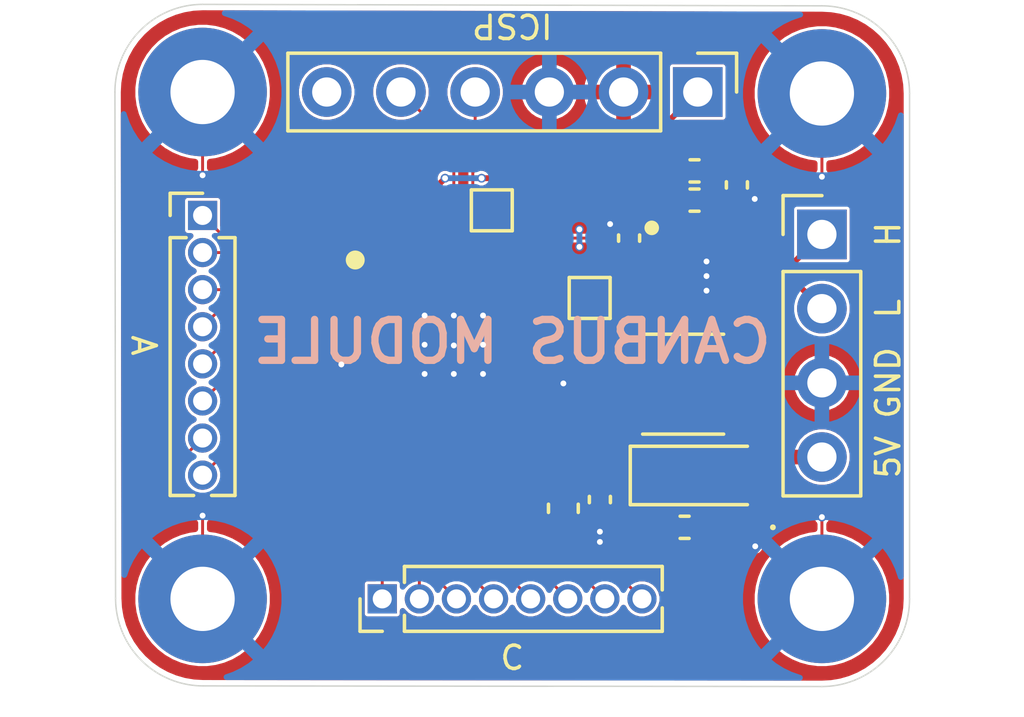
<source format=kicad_pcb>
(kicad_pcb (version 20241229) (generator "pcbnew") (generator_version "9.0")
  (layers (0 "F.Cu" signal) (2 "B.Cu" signal) (13 "F.Paste" user) (15 "B.Paste" user) (5 "F.SilkS" user "F.Silkscreen") (7 "B.SilkS" user "B.Silkscreen") (1 "F.Mask" user) (3 "B.Mask" user) (25 "Edge.Cuts" user))
  (net 0 "")
  (net 1 "GND")
  (net 2 "+5V")
  (net 3 "Net-(D1-A)")
  (net 4 "Net-(D1-K)")
  (net 5 "Net-(D2-A)")
  (net 6 "ICSPDAT")
  (net 7 "CAN_STBY")
  (net 8 "CAN_RX")
  (net 9 "CAN_NSIL")
  (net 10 "CAN_TX")
  (net 11 "ICSPCLK")
  (net 12 "VPP")
  (net 13 "CANL")
  (net 14 "CANH")
  (net 15 "Net-(C3-Pad1)")
  (net 16 "Net-(IC1-RC7)")
  (net 17 "Net-(IC1-RC4)")
  (net 18 "Net-(IC1-RA1)")
  (net 19 "Net-(IC1-RA2)")
  (net 20 "Net-(IC1-RA5)")
  (net 21 "Net-(IC1-RA4)")
  (net 22 "Net-(IC1-RC6)")
  (net 23 "Net-(IC1-RA3)")
  (net 24 "Net-(IC1-RC0)")
  (net 25 "Net-(IC1-RC1)")
  (net 26 "Net-(IC1-RA6)")
  (net 27 "Net-(IC1-RA0)")
  (net 28 "Net-(IC1-RC5)")
  (net 29 "Net-(IC1-RC3)")
  (net 30 "Net-(IC1-RC2)")
  (net 31 "Net-(IC1-RA7)")
  (net 33 "Net-(IC1-RB5)")
  (net 34 "Net-(IC1-RB2)")
  (footprint "Resistor_SMD:R_0402_1005Metric" (layer "F.Cu") (at 145.64 68.75)
    (property "Reference" "R1" (hide yes))
    (property "Value" "470")
    (fp_line (start -0.153641 -0.38) (end 0.153641 -0.38) (stroke (width 0.12)) (layer "F.SilkS"))
    (fp_line (start -0.153641 0.38) (end 0.153641 0.38) (stroke (width 0.12)) (layer "F.SilkS"))
    (pad "1" smd roundrect (at -0.51 0) (size 0.54 0.64) (layers "F.Cu" "F.Mask" "F.Paste") (net 12 "VPP"))
    (pad "2" smd roundrect (at 0.51 0) (size 0.54 0.64) (layers "F.Cu" "F.Mask" "F.Paste") (net 15 "Net-(C3-Pad1)"))
  )
  (footprint "MountingHole:MountingHole_2.2mm_M2_Pad" (layer "F.Cu") (at 128.8 82.4)
    (property "Reference" "H4" (hide yes))
    (property "Value" "MountingHole_Pad")
    (pad "1" thru_hole circle (at 0 0) (size 4.4 4.4) (drill 2.2) (layers "*.Cu" "*.Mask") (net 1 "GND"))
  )
  (footprint "Capacitor_SMD:C_0402_1005Metric" (layer "F.Cu") (at 142.4 79 -90)
    (property "Reference" "C2" (hide yes))
    (property "Value" "100n")
    (fp_line (start -0.107836 0.36) (end 0.107836 0.36) (stroke (width 0.12)) (layer "F.SilkS"))
    (fp_line (start -0.107836 -0.36) (end 0.107836 -0.36) (stroke (width 0.12)) (layer "F.SilkS"))
    (pad "1" smd roundrect (at -0.48 0 270) (size 0.56 0.62) (layers "F.Cu" "F.Mask" "F.Paste") (net 2 "+5V"))
    (pad "2" smd roundrect (at 0.48 0 270) (size 0.56 0.62) (layers "F.Cu" "F.Mask" "F.Paste") (net 1 "GND"))
  )
  (footprint "PIC18F26Q83T-I/5N:QFN65P600X600X100-29N-D" (layer "F.Cu") (at 137.4 73.725)
    (property "Reference" "IC1" (hide yes))
    (property "Value" "PIC18F26Q83T-I_5N" (hide yes))
    (fp_circle (center -3.3745 -2.925) (end -3.3745 -2.7625) (stroke (width 0.325)) (fill no) (layer "F.SilkS"))
    (pad "1" smd rect (at -2.85 -1.95 90) (size 0.35 1.05) (layers "F.Cu" "F.Mask" "F.Paste") (net 19 "Net-(IC1-RA2)"))
    (pad "2" smd rect (at -2.85 -1.3 90) (size 0.35 1.05) (layers "F.Cu" "F.Mask" "F.Paste") (net 23 "Net-(IC1-RA3)"))
    (pad "3" smd rect (at -2.85 -0.65 90) (size 0.35 1.05) (layers "F.Cu" "F.Mask" "F.Paste") (net 21 "Net-(IC1-RA4)"))
    (pad "4" smd rect (at -2.85 0 90) (size 0.35 1.05) (layers "F.Cu" "F.Mask" "F.Paste") (net 20 "Net-(IC1-RA5)"))
    (pad "5" smd rect (at -2.85 0.65 90) (size 0.35 1.05) (layers "F.Cu" "F.Mask" "F.Paste") (net 1 "GND"))
    (pad "6" smd rect (at -2.85 1.3 90) (size 0.35 1.05) (layers "F.Cu" "F.Mask" "F.Paste") (net 31 "Net-(IC1-RA7)"))
    (pad "7" smd rect (at -2.85 1.95 90) (size 0.35 1.05) (layers "F.Cu" "F.Mask" "F.Paste") (net 26 "Net-(IC1-RA6)"))
    (pad "8" smd rect (at -1.95 2.85) (size 0.35 1.05) (layers "F.Cu" "F.Mask" "F.Paste") (net 24 "Net-(IC1-RC0)"))
    (pad "9" smd rect (at -1.3 2.85) (size 0.35 1.05) (layers "F.Cu" "F.Mask" "F.Paste") (net 25 "Net-(IC1-RC1)"))
    (pad "10" smd rect (at -0.65 2.85) (size 0.35 1.05) (layers "F.Cu" "F.Mask" "F.Paste") (net 30 "Net-(IC1-RC2)"))
    (pad "11" smd rect (at 0 2.85) (size 0.35 1.05) (layers "F.Cu" "F.Mask" "F.Paste") (net 29 "Net-(IC1-RC3)"))
    (pad "12" smd rect (at 0.65 2.85) (size 0.35 1.05) (layers "F.Cu" "F.Mask" "F.Paste") (net 17 "Net-(IC1-RC4)"))
    (pad "13" smd rect (at 1.3 2.85) (size 0.35 1.05) (layers "F.Cu" "F.Mask" "F.Paste") (net 28 "Net-(IC1-RC5)"))
    (pad "14" smd rect (at 1.95 2.85) (size 0.35 1.05) (layers "F.Cu" "F.Mask" "F.Paste") (net 22 "Net-(IC1-RC6)"))
    (pad "15" smd rect (at 2.85 1.95 90) (size 0.35 1.05) (layers "F.Cu" "F.Mask" "F.Paste") (net 16 "Net-(IC1-RC7)"))
    (pad "16" smd rect (at 2.85 1.3 90) (size 0.35 1.05) (layers "F.Cu" "F.Mask" "F.Paste") (net 1 "GND"))
    (pad "17" smd rect (at 2.85 0.65 90) (size 0.35 1.05) (layers "F.Cu" "F.Mask" "F.Paste") (net 2 "+5V"))
    (pad "18" smd rect (at 2.85 0 90) (size 0.35 1.05) (layers "F.Cu" "F.Mask" "F.Paste") (net 7 "CAN_STBY"))
    (pad "19" smd rect (at 2.85 -0.65 90) (size 0.35 1.05) (layers "F.Cu" "F.Mask" "F.Paste") (net 9 "CAN_NSIL"))
    (pad "20" smd rect (at 2.85 -1.3 90) (size 0.35 1.05) (layers "F.Cu" "F.Mask" "F.Paste") (net 34 "Net-(IC1-RB2)"))
    (pad "21" smd rect (at 2.85 -1.95 90) (size 0.35 1.05) (layers "F.Cu" "F.Mask" "F.Paste") (net 8 "CAN_RX"))
    (pad "22" smd rect (at 1.95 -2.85) (size 0.35 1.05) (layers "F.Cu" "F.Mask" "F.Paste") (net 10 "CAN_TX"))
    (pad "23" smd rect (at 1.3 -2.85) (size 0.35 1.05) (layers "F.Cu" "F.Mask" "F.Paste") (net 33 "Net-(IC1-RB5)"))
    (pad "24" smd rect (at 0.65 -2.85) (size 0.35 1.05) (layers "F.Cu" "F.Mask" "F.Paste") (net 6 "ICSPDAT"))
    (pad "25" smd rect (at 0 -2.85) (size 0.35 1.05) (layers "F.Cu" "F.Mask" "F.Paste") (net 11 "ICSPCLK"))
    (pad "26" smd rect (at -0.65 -2.85) (size 0.35 1.05) (layers "F.Cu" "F.Mask" "F.Paste") (net 12 "VPP"))
    (pad "27" smd rect (at -1.3 -2.85) (size 0.35 1.05) (layers "F.Cu" "F.Mask" "F.Paste") (net 27 "Net-(IC1-RA0)"))
    (pad "28" smd rect (at -1.95 -2.85) (size 0.35 1.05) (layers "F.Cu" "F.Mask" "F.Paste") (net 18 "Net-(IC1-RA1)"))
    (pad "29" smd rect (at 0 0) (size 4.2 4.2) (layers "F.Cu" "F.Mask" "F.Paste") (net 1 "GND"))
  )
  (footprint "Resistor_SMD:R_0402_1005Metric" (layer "F.Cu") (at 145.64 67.75)
    (property "Reference" "R3" (hide yes))
    (property "Value" "10k")
    (fp_line (start -0.153641 -0.38) (end 0.153641 -0.38) (stroke (width 0.12)) (layer "F.SilkS"))
    (fp_line (start -0.153641 0.38) (end 0.153641 0.38) (stroke (width 0.12)) (layer "F.SilkS"))
    (pad "1" smd roundrect (at -0.51 0) (size 0.54 0.64) (layers "F.Cu" "F.Mask" "F.Paste") (net 2 "+5V"))
    (pad "2" smd roundrect (at 0.51 0) (size 0.54 0.64) (layers "F.Cu" "F.Mask" "F.Paste") (net 15 "Net-(C3-Pad1)"))
  )
  (footprint "MountingHole:MountingHole_2.2mm_M2_Pad" (layer "F.Cu") (at 128.8 65.05)
    (property "Reference" "H3" (hide yes))
    (property "Value" "MountingHole_Pad")
    (pad "1" thru_hole circle (at 0 0) (size 4.4 4.4) (drill 2.2) (layers "*.Cu" "*.Mask") (net 1 "GND"))
  )
  (footprint "Fuse:Fuse_1812_4532Metric" (layer "F.Cu") (at 145.25 75.05 180)
    (property "Reference" "F1" (hide yes))
    (property "Value" "0ZCG0020AF2C")
    (fp_line (start -1.386252 1.71) (end 1.386252 1.71) (stroke (width 0.12)) (layer "F.SilkS"))
    (fp_line (start -1.386252 -1.71) (end 1.386252 -1.71) (stroke (width 0.12)) (layer "F.SilkS"))
    (pad "1" smd roundrect (at -2.1375 0 180) (size 1.125 3.4) (layers "F.Cu" "F.Mask" "F.Paste") (roundrect_rratio 0.222222) (net 4 "Net-(D1-K)"))
    (pad "2" smd roundrect (at 2.1375 0 180) (size 1.125 3.4) (layers "F.Cu" "F.Mask" "F.Paste") (roundrect_rratio 0.222222) (net 2 "+5V"))
  )
  (footprint "Resistor_SMD:R_0402_1005Metric" (layer "F.Cu") (at 145.3 79.95)
    (property "Reference" "R2" (hide yes))
    (property "Value" "100k")
    (fp_line (start -0.153641 -0.38) (end 0.153641 -0.38) (stroke (width 0.12)) (layer "F.SilkS"))
    (fp_line (start -0.153641 0.38) (end 0.153641 0.38) (stroke (width 0.12)) (layer "F.SilkS"))
    (pad "1" smd roundrect (at -0.51 0) (size 0.54 0.64) (layers "F.Cu" "F.Mask" "F.Paste") (net 2 "+5V"))
    (pad "2" smd roundrect (at 0.51 0) (size 0.54 0.64) (layers "F.Cu" "F.Mask" "F.Paste") (net 5 "Net-(D2-A)"))
  )
  (footprint "Capacitor_SMD:C_0402_1005Metric" (layer "F.Cu") (at 147.09 68.23 -90)
    (property "Reference" "C3" (hide yes))
    (property "Value" "100n")
    (fp_line (start -0.107836 0.36) (end 0.107836 0.36) (stroke (width 0.12)) (layer "F.SilkS"))
    (fp_line (start -0.107836 -0.36) (end 0.107836 -0.36) (stroke (width 0.12)) (layer "F.SilkS"))
    (pad "1" smd roundrect (at -0.48 0 270) (size 0.56 0.62) (layers "F.Cu" "F.Mask" "F.Paste") (net 15 "Net-(C3-Pad1)"))
    (pad "2" smd roundrect (at 0.48 0 270) (size 0.56 0.62) (layers "F.Cu" "F.Mask" "F.Paste") (net 1 "GND"))
  )
  (footprint "Connector_PinHeader_2.54mm:PinHeader_1x06_P2.54mm_Vertical" (layer "F.Cu") (at 145.75 65.05 -90)
    (property "Reference" "J4" (hide yes))
    (property "Value" "ICSP")
    (fp_line (start -1.33 14.03) (end 1.33 14.03) (stroke (width 0.12)) (layer "F.SilkS"))
    (fp_line (start -1.33 1.27) (end -1.33 14.03) (stroke (width 0.12)) (layer "F.SilkS"))
    (fp_line (start -1.33 1.27) (end 1.33 1.27) (stroke (width 0.12)) (layer "F.SilkS"))
    (fp_line (start 1.33 1.27) (end 1.33 14.03) (stroke (width 0.12)) (layer "F.SilkS"))
    (fp_line (start -1.33 0) (end -1.33 -1.33) (stroke (width 0.12)) (layer "F.SilkS"))
    (fp_line (start -1.33 -1.33) (end 0 -1.33) (stroke (width 0.12)) (layer "F.SilkS"))
    (pad "1" thru_hole rect (at 0 0 270) (size 1.7 1.7) (drill 1) (layers "*.Cu" "*.Mask") (net 12 "VPP"))
    (pad "2" thru_hole oval (at 0 2.54 270) (size 1.7 1.7) (drill 1) (layers "*.Cu" "*.Mask") (net 2 "+5V"))
    (pad "3" thru_hole oval (at 0 5.08 270) (size 1.7 1.7) (drill 1) (layers "*.Cu" "*.Mask") (net 1 "GND"))
    (pad "4" thru_hole oval (at 0 7.62 270) (size 1.7 1.7) (drill 1) (layers "*.Cu" "*.Mask") (net 6 "ICSPDAT"))
    (pad "5" thru_hole oval (at 0 10.16 270) (size 1.7 1.7) (drill 1) (layers "*.Cu" "*.Mask") (net 11 "ICSPCLK"))
    (pad "6" thru_hole oval (at 0 12.7 270) (size 1.7 1.7) (drill 1) (layers "*.Cu" "*.Mask"))
  )
  (footprint "MountingHole:MountingHole_2.2mm_M2_Pad" (layer "F.Cu") (at 150 82.4)
    (property "Reference" "H2" (hide yes))
    (property "Value" "MountingHole_Pad")
    (pad "1" thru_hole circle (at 0 0) (size 4.4 4.4) (drill 2.2) (layers "*.Cu" "*.Mask") (net 1 "GND"))
  )
  (footprint "Diode_SMD:D_SOD-123" (layer "F.Cu") (at 145.8 78.175)
    (property "Reference" "D1" (hide yes))
    (property "Value" "BAT54T1G")
    (fp_line (start -2.36 -1) (end -2.36 1) (stroke (width 0.12)) (layer "F.SilkS"))
    (fp_line (start -2.36 -1) (end 1.65 -1) (stroke (width 0.12)) (layer "F.SilkS"))
    (fp_line (start -2.36 1) (end 1.65 1) (stroke (width 0.12)) (layer "F.SilkS"))
    (pad "1" smd roundrect (at -1.65 0) (size 0.9 1.2) (layers "F.Cu" "F.Mask" "F.Paste") (net 4 "Net-(D1-K)"))
    (pad "2" smd roundrect (at 1.65 0) (size 0.9 1.2) (layers "F.Cu" "F.Mask" "F.Paste") (net 3 "Net-(D1-A)"))
  )
  (footprint "TestPoint:TestPoint_Pad_1.0x1.0mm" (layer "F.Cu") (at 142.05 72.1 90)
    (property "Reference" "TP1" (hide yes))
    (property "Value" "TestPoint")
    (fp_line (start 0.7 -0.7) (end 0.7 0.7) (stroke (width 0.12)) (layer "F.SilkS"))
    (fp_line (start -0.7 -0.7) (end 0.7 -0.7) (stroke (width 0.12)) (layer "F.SilkS"))
    (fp_line (start 0.7 0.7) (end -0.7 0.7) (stroke (width 0.12)) (layer "F.SilkS"))
    (fp_line (start -0.7 0.7) (end -0.7 -0.7) (stroke (width 0.12)) (layer "F.SilkS"))
    (pad "1" smd rect (at 0 0 90) (size 1 1) (layers "F.Cu" "F.Mask") (net 34 "Net-(IC1-RB2)"))
  )
  (footprint "Connector_PinHeader_2.54mm:PinHeader_1x04_P2.54mm_Vertical" (layer "F.Cu") (at 150 69.925)
    (property "Reference" "J1" (hide yes))
    (property "Value" "CAN_PWR")
    (fp_line (start -1.33 -1.33) (end 0 -1.33) (stroke (width 0.12)) (layer "F.SilkS"))
    (fp_line (start -1.33 0) (end -1.33 -1.33) (stroke (width 0.12)) (layer "F.SilkS"))
    (fp_line (start -1.33 1.27) (end -1.33 8.95) (stroke (width 0.12)) (layer "F.SilkS"))
    (fp_line (start -1.33 1.27) (end 1.33 1.27) (stroke (width 0.12)) (layer "F.SilkS"))
    (fp_line (start -1.33 8.95) (end 1.33 8.95) (stroke (width 0.12)) (layer "F.SilkS"))
    (fp_line (start 1.33 1.27) (end 1.33 8.95) (stroke (width 0.12)) (layer "F.SilkS"))
    (pad "1" thru_hole rect (at 0 0) (size 1.7 1.7) (drill 1) (layers "*.Cu" "*.Mask") (net 14 "CANH"))
    (pad "2" thru_hole oval (at 0 2.54) (size 1.7 1.7) (drill 1) (layers "*.Cu" "*.Mask") (net 13 "CANL"))
    (pad "3" thru_hole oval (at 0 5.08) (size 1.7 1.7) (drill 1) (layers "*.Cu" "*.Mask") (net 1 "GND"))
    (pad "4" thru_hole oval (at 0 7.62) (size 1.7 1.7) (drill 1) (layers "*.Cu" "*.Mask") (net 3 "Net-(D1-A)"))
  )
  (footprint "TestPoint:TestPoint_Pad_1.0x1.0mm" (layer "F.Cu") (at 138.7 69.1)
    (property "Reference" "TP2" (hide yes))
    (property "Value" "TestPoint")
    (fp_line (start -0.7 -0.7) (end 0.7 -0.7) (stroke (width 0.12)) (layer "F.SilkS"))
    (fp_line (start -0.7 0.7) (end -0.7 -0.7) (stroke (width 0.12)) (layer "F.SilkS"))
    (fp_line (start 0.7 -0.7) (end 0.7 0.7) (stroke (width 0.12)) (layer "F.SilkS"))
    (fp_line (start 0.7 0.7) (end -0.7 0.7) (stroke (width 0.12)) (layer "F.SilkS"))
    (pad "1" smd rect (at 0 0) (size 1 1) (layers "F.Cu" "F.Mask") (net 33 "Net-(IC1-RB5)"))
  )
  (footprint "Connector_PinHeader_1.27mm:PinHeader_1x08_P1.27mm_Vertical" (layer "F.Cu") (at 128.8 69.275)
    (property "Reference" "J2" (hide yes))
    (property "Value" "CONN0")
    (fp_line (start -1.11 -0.76) (end 0 -0.76) (stroke (width 0.12)) (layer "F.SilkS"))
    (fp_line (start -1.11 0) (end -1.11 -0.76) (stroke (width 0.12)) (layer "F.SilkS"))
    (fp_line (start -1.11 0.76) (end -1.11 9.585) (stroke (width 0.12)) (layer "F.SilkS"))
    (fp_line (start -1.11 0.76) (end -0.563471 0.76) (stroke (width 0.12)) (layer "F.SilkS"))
    (fp_line (start -1.11 9.585) (end -0.30753 9.585) (stroke (width 0.12)) (layer "F.SilkS"))
    (fp_line (start 0.30753 9.585) (end 1.11 9.585) (stroke (width 0.12)) (layer "F.SilkS"))
    (fp_line (start 0.563471 0.76) (end 1.11 0.76) (stroke (width 0.12)) (layer "F.SilkS"))
    (fp_line (start 1.11 0.76) (end 1.11 9.585) (stroke (width 0.12)) (layer "F.SilkS"))
    (pad "1" thru_hole rect (at 0 0) (size 1 1) (drill 0.65) (layers "*.Cu" "*.Mask") (net 27 "Net-(IC1-RA0)"))
    (pad "2" thru_hole oval (at 0 1.27) (size 1 1) (drill 0.65) (layers "*.Cu" "*.Mask") (net 18 "Net-(IC1-RA1)"))
    (pad "3" thru_hole oval (at 0 2.54) (size 1 1) (drill 0.65) (layers "*.Cu" "*.Mask") (net 19 "Net-(IC1-RA2)"))
    (pad "4" thru_hole oval (at 0 3.81) (size 1 1) (drill 0.65) (layers "*.Cu" "*.Mask") (net 23 "Net-(IC1-RA3)"))
    (pad "5" thru_hole oval (at 0 5.08) (size 1 1) (drill 0.65) (layers "*.Cu" "*.Mask") (net 21 "Net-(IC1-RA4)"))
    (pad "6" thru_hole oval (at 0 6.35) (size 1 1) (drill 0.65) (layers "*.Cu" "*.Mask") (net 20 "Net-(IC1-RA5)"))
    (pad "7" thru_hole oval (at 0 7.62) (size 1 1) (drill 0.65) (layers "*.Cu" "*.Mask") (net 26 "Net-(IC1-RA6)"))
    (pad "8" thru_hole oval (at 0 8.89) (size 1 1) (drill 0.65) (layers "*.Cu" "*.Mask") (net 31 "Net-(IC1-RA7)"))
  )
  (footprint "Capacitor_SMD:C_0402_1005Metric" (layer "F.Cu") (at 143.4 70.05 90)
    (property "Reference" "C4" (hide yes))
    (property "Value" "100n")
    (fp_line (start -0.107836 -0.36) (end 0.107836 -0.36) (stroke (width 0.12)) (layer "F.SilkS"))
    (fp_line (start -0.107836 0.36) (end 0.107836 0.36) (stroke (width 0.12)) (layer "F.SilkS"))
    (pad "1" smd roundrect (at -0.48 0 90) (size 0.56 0.62) (layers "F.Cu" "F.Mask" "F.Paste") (net 2 "+5V"))
    (pad "2" smd roundrect (at 0.48 0 90) (size 0.56 0.62) (layers "F.Cu" "F.Mask" "F.Paste") (net 1 "GND"))
  )
  (footprint "MountingHole:MountingHole_2.2mm_M2_Pad" (layer "F.Cu") (at 150 65.1)
    (property "Reference" "H1" (hide yes))
    (property "Value" "MountingHole_Pad")
    (pad "1" thru_hole circle (at 0 0) (size 4.4 4.4) (drill 2.2) (layers "*.Cu" "*.Mask") (net 1 "GND"))
  )
  (footprint "ATA6560-GBQW-N:SON65P300X300X90-9N-D" (layer "F.Cu") (at 146.05 71.35)
    (property "Reference" "IC2" (hide yes))
    (property "Value" "ATA6560-GBQW-N" (hide yes))
    (fp_circle (center -1.875 -1.65) (end -1.875 -1.525) (stroke (width 0.25)) (fill no) (layer "F.SilkS"))
    (pad "1" smd rect (at -1.45 -0.975 90) (size 0.35 0.85) (layers "F.Cu" "F.Mask" "F.Paste") (net 10 "CAN_TX"))
    (pad "2" smd rect (at -1.45 -0.325 90) (size 0.35 0.85) (layers "F.Cu" "F.Mask" "F.Paste") (net 1 "GND"))
    (pad "3" smd rect (at -1.45 0.325 90) (size 0.35 0.85) (layers "F.Cu" "F.Mask" "F.Paste") (net 2 "+5V"))
    (pad "4" smd rect (at -1.45 0.975 90) (size 0.35 0.85) (layers "F.Cu" "F.Mask" "F.Paste") (net 8 "CAN_RX"))
    (pad "5" smd rect (at 1.45 0.975 90) (size 0.35 0.85) (layers "F.Cu" "F.Mask" "F.Paste") (net 9 "CAN_NSIL"))
    (pad "6" smd rect (at 1.45 0.325 90) (size 0.35 0.85) (layers "F.Cu" "F.Mask" "F.Paste") (net 13 "CANL"))
    (pad "7" smd rect (at 1.45 -0.325 90) (size 0.35 0.85) (layers "F.Cu" "F.Mask" "F.Paste") (net 14 "CANH"))
    (pad "8" smd rect (at 1.45 -0.975 90) (size 0.35 0.85) (layers "F.Cu" "F.Mask" "F.Paste") (net 7 "CAN_STBY"))
    (pad "9" smd rect (at 0 0) (size 1.7 2.5) (layers "F.Cu" "F.Mask" "F.Paste") (net 1 "GND"))
  )
  (footprint "Connector_PinHeader_1.27mm:PinHeader_1x08_P1.27mm_Vertical" (layer "F.Cu") (at 134.95 82.4 90)
    (property "Reference" "J3" (hide yes))
    (property "Value" "CONN1")
    (fp_line (start -1.11 -0.76) (end 0 -0.76) (stroke (width 0.12)) (layer "F.SilkS"))
    (fp_line (start -1.11 0) (end -1.11 -0.76) (stroke (width 0.12)) (layer "F.SilkS"))
    (fp_line (start 1.11 0.76) (end 1.11 9.585) (stroke (width 0.12)) (layer "F.SilkS"))
    (fp_line (start 0.563471 0.76) (end 1.11 0.76) (stroke (width 0.12)) (layer "F.SilkS"))
    (fp_line (start -1.11 0.76) (end -0.563471 0.76) (stroke (width 0.12)) (layer "F.SilkS"))
    (fp_line (start -1.11 0.76) (end -1.11 9.585) (stroke (width 0.12)) (layer "F.SilkS"))
    (fp_line (start 0.30753 9.585) (end 1.11 9.585) (stroke (width 0.12)) (layer "F.SilkS"))
    (fp_line (start -1.11 9.585) (end -0.30753 9.585) (stroke (width 0.12)) (layer "F.SilkS"))
    (pad "1" thru_hole rect (at 0 0 90) (size 1 1) (drill 0.65) (layers "*.Cu" "*.Mask") (net 24 "Net-(IC1-RC0)"))
    (pad "2" thru_hole oval (at 0 1.27 90) (size 1 1) (drill 0.65) (layers "*.Cu" "*.Mask") (net 25 "Net-(IC1-RC1)"))
    (pad "3" thru_hole oval (at 0 2.54 90) (size 1 1) (drill 0.65) (layers "*.Cu" "*.Mask") (net 30 "Net-(IC1-RC2)"))
    (pad "4" thru_hole oval (at 0 3.81 90) (size 1 1) (drill 0.65) (layers "*.Cu" "*.Mask") (net 29 "Net-(IC1-RC3)"))
    (pad "5" thru_hole oval (at 0 5.08 90) (size 1 1) (drill 0.65) (layers "*.Cu" "*.Mask") (net 17 "Net-(IC1-RC4)"))
    (pad "6" thru_hole oval (at 0 6.35 90) (size 1 1) (drill 0.65) (layers "*.Cu" "*.Mask") (net 28 "Net-(IC1-RC5)"))
    (pad "7" thru_hole oval (at 0 7.62 90) (size 1 1) (drill 0.65) (layers "*.Cu" "*.Mask") (net 22 "Net-(IC1-RC6)"))
    (pad "8" thru_hole oval (at 0 8.89 90) (size 1 1) (drill 0.65) (layers "*.Cu" "*.Mask") (net 16 "Net-(IC1-RC7)"))
  )
  (footprint "Capacitor_SMD:C_0603_1608Metric" (layer "F.Cu") (at 141.15 79.3 -90)
    (property "Reference" "C1" (hide yes))
    (property "Value" "47u")
    (fp_line (start -0.14058 0.51) (end 0.14058 0.51) (stroke (width 0.12)) (layer "F.SilkS"))
    (fp_line (start -0.14058 -0.51) (end 0.14058 -0.51) (stroke (width 0.12)) (layer "F.SilkS"))
    (pad "1" smd roundrect (at -0.775 0 270) (size 0.9 0.95) (layers "F.Cu" "F.Mask" "F.Paste") (net 2 "+5V"))
    (pad "2" smd roundrect (at 0.775 0 270) (size 0.9 0.95) (layers "F.Cu" "F.Mask" "F.Paste") (net 1 "GND"))
  )
  (footprint "LED_SMD:LED_0402_1005Metric" (layer "F.Cu") (at 147.2325 79.95 180)
    (property "Reference" "D2" (hide yes))
    (property "Value" "GREEN")
    (fp_circle (center -1.09 0) (end -1.04 0) (stroke (width 0.1)) (fill no) (layer "F.SilkS"))
    (pad "1" smd roundrect (at -0.485 0 180) (size 0.59 0.64) (layers "F.Cu" "F.Mask" "F.Paste") (net 1 "GND"))
    (pad "2" smd roundrect (at 0.485 0 180) (size 0.59 0.64) (layers "F.Cu" "F.Mask" "F.Paste") (net 5 "Net-(D2-A)"))
  )
  (gr_arc (start 125.8 65.05) (mid 126.67868 62.92868) (end 128.8 62.05) (stroke (width 0.05)) (layer "Edge.Cuts"))
  (gr_line (start 125.8 65.05) (end 125.82132 82.37868) (stroke (width 0.05)) (layer "Edge.Cuts"))
  (gr_line (start 153 65.1) (end 153 82.4) (stroke (width 0.05)) (layer "Edge.Cuts"))
  (gr_arc (start 150 62.1) (mid 152.12132 62.97868) (end 153 65.1) (stroke (width 0.05)) (layer "Edge.Cuts"))
  (gr_line (start 128.8 62.05) (end 150 62.1) (stroke (width 0.05)) (layer "Edge.Cuts"))
  (gr_line (start 150 85.4) (end 128.8213 85.37868) (stroke (width 0.05)) (layer "Edge.Cuts"))
  (gr_arc (start 128.82132 85.37868) (mid 126.7 84.5) (end 125.82132 82.37868) (stroke (width 0.05)) (layer "Edge.Cuts"))
  (gr_arc (start 153 82.4) (mid 152.12132 84.52132) (end 150 85.4) (stroke (width 0.05)) (layer "Edge.Cuts"))
  (gr_text "5V" (at 151.8 77.545001 90) (layer "F.SilkS") (effects (font (size 0.8 0.8) (thickness 0.12)) (justify top)))
  (gr_text "L" (at 151.8 72.465001 90) (layer "F.SilkS") (effects (font (size 0.8 0.8) (thickness 0.12)) (justify top)))
  (gr_text "GND" (at 151.8 75.005001 90) (layer "F.SilkS") (effects (font (size 0.8 0.8) (thickness 0.12)) (justify top)))
  (gr_text "C" (at 139.4 83.95 0) (layer "F.SilkS") (effects (font (size 0.8 0.8) (thickness 0.12)) (justify top)))
  (gr_text "A" (at 127.25 73.725 270) (layer "F.SilkS") (effects (font (size 0.8 0.8) (thickness 0.12)) (justify top)))
  (gr_text "ICSP" (at 139.400001 63.25 180) (layer "F.SilkS") (effects (font (size 0.8 0.8) (thickness 0.12)) (justify top)))
  (gr_text "H" (at 151.8 69.925001 90) (layer "F.SilkS") (effects (font (size 0.8 0.8) (thickness 0.12)) (justify top)))
  (gr_text "CANBUS MODULE" (at 139.4 72.78059 0) (layer "B.SilkS") (effects (font (size 1.4 1.4) (thickness 0.25) (bold yes)) (justify top mirror)))
  (segment (start 150 67.95) (end 150 65.1) (width 0.1) (layer "F.Cu") (net 1))
  (segment (start 143.4 69.57) (end 142.75 69.57) (width 0.2) (layer "F.Cu") (net 1))
  (segment (start 150 79.6) (end 150 82.45) (width 0.1) (layer "F.Cu") (net 1))
  (segment (start 128.8 67.9) (end 128.8 65.05) (width 0.1) (layer "F.Cu") (net 1))
  (segment (start 144.6 71.025) (end 145.725 71.025) (width 0.25) (layer "F.Cu") (net 1))
  (segment (start 142.1 80.45) (end 141.725 80.075) (width 0.25) (layer "F.Cu") (net 1))
  (segment (start 145.725 71.025) (end 146.05 71.35) (width 0.25) (layer "F.Cu") (net 1))
  (segment (start 142.4 80.1) (end 142.4 79.48) (width 0.25) (layer "F.Cu") (net 1))
  (segment (start 147.7 68.71) (end 147.09 68.71) (width 0.2) (layer "F.Cu") (net 1))
  (segment (start 142.4 80.45) (end 142.1 80.45) (width 0.25) (layer "F.Cu") (net 1))
  (segment (start 141.725 80.075) (end 141.15 80.075) (width 0.25) (layer "F.Cu") (net 1))
  (segment (start 147.7175 80.6) (end 147.7175 79.95) (width 0.1) (layer "F.Cu") (net 1))
  (segment (start 141.15 75.025) (end 140.25 75.025) (width 0.25) (layer "F.Cu") (net 1))
  (segment (start 133.55 74.375) (end 134.55 74.375) (width 0.25) (layer "F.Cu") (net 1))
  (segment (start 128.8 79.55) (end 128.8 82.4) (width 0.1) (layer "F.Cu") (net 1))
  (via (at 147.7 68.71) (size 0.3) (drill 0.2) (layers "F.Cu" "B.Cu") (net 1))
  (via (at 136.4 73.7) (size 0.3) (drill 0.2) (layers "F.Cu" "B.Cu") (net 1))
  (via (at 138.4 72.7) (size 0.3) (drill 0.2) (layers "F.Cu" "B.Cu") (net 1))
  (via (at 128.8 67.9) (size 0.3) (drill 0.2) (layers "F.Cu" "B.Cu") (net 1))
  (via (at 146.05 71.85) (size 0.3) (drill 0.2) (layers "F.Cu" "B.Cu") (net 1))
  (via (at 150 79.6) (size 0.3) (drill 0.2) (layers "F.Cu" "B.Cu") (net 1))
  (via (at 138.4 74.7) (size 0.3) (drill 0.2) (layers "F.Cu" "B.Cu") (net 1))
  (via (at 142.4 80.45) (size 0.3) (drill 0.2) (layers "F.Cu" "B.Cu") (net 1))
  (via (at 138.4 73.7) (size 0.3) (drill 0.2) (layers "F.Cu" "B.Cu") (net 1))
  (via (at 150 67.95) (size 0.3) (drill 0.2) (layers "F.Cu" "B.Cu") (net 1))
  (via (at 136.4 72.7) (size 0.3) (drill 0.2) (layers "F.Cu" "B.Cu") (net 1))
  (via (at 128.8 79.55) (size 0.3) (drill 0.2) (layers "F.Cu" "B.Cu") (net 1))
  (via (at 136.4 74.7) (size 0.3) (drill 0.2) (layers "F.Cu" "B.Cu") (net 1))
  (via (at 146.05 70.85) (size 0.3) (drill 0.2) (layers "F.Cu" "B.Cu") (net 1))
  (via (at 142.75 69.57) (size 0.3) (drill 0.2) (layers "F.Cu" "B.Cu") (net 1))
  (via (at 147.7175 80.6) (size 0.3) (drill 0.2) (layers "F.Cu" "B.Cu") (net 1))
  (via (at 137.4 72.7) (size 0.3) (drill 0.2) (layers "F.Cu" "B.Cu") (net 1))
  (via (at 146.05 71.35) (size 0.3) (drill 0.2) (layers "F.Cu" "B.Cu") (net 1))
  (via (at 142.4 80.1) (size 0.3) (drill 0.2) (layers "F.Cu" "B.Cu") (net 1))
  (via (at 141.15 75.025) (size 0.3) (drill 0.2) (layers "F.Cu" "B.Cu") (net 1))
  (via (at 137.4 73.725) (size 0.3) (drill 0.2) (layers "F.Cu" "B.Cu") (net 1))
  (via (at 137.4 74.7) (size 0.3) (drill 0.2) (layers "F.Cu" "B.Cu") (net 1))
  (via (at 133.55 74.375) (size 0.3) (drill 0.2) (layers "F.Cu" "B.Cu") (net 1))
  (via (at 141.7 69.75) (size 0.3) (drill 0.2) (layers "F.Cu" "B.Cu") (net 2))
  (via (at 141.7 70.35) (size 0.3) (drill 0.2) (layers "F.Cu" "B.Cu") (net 2))
  (segment (start 141.7 69.75) (end 141.7 70.35) (width 0.2) (layer "B.Cu") (net 2))
  (segment (start 150 77.545) (end 148.08 77.545) (width 0.5) (layer "F.Cu") (net 3))
  (segment (start 148.08 77.545) (end 147.45 78.175) (width 0.5) (layer "F.Cu") (net 3))
  (segment (start 147.3875 76.3125) (end 147.3875 75.05) (width 0.5) (layer "F.Cu") (net 4))
  (segment (start 144.15 78.175) (end 144.2625 78.175) (width 0.1) (layer "F.Cu") (net 4))
  (segment (start 145.525 78.175) (end 147.3875 76.3125) (width 0.5) (layer "F.Cu") (net 4))
  (segment (start 144.2625 78.175) (end 145.525 78.175) (width 0.5) (layer "F.Cu") (net 4))
  (segment (start 145.81 79.95) (end 146.7475 79.95) (width 0.1) (layer "F.Cu") (net 5))
  (segment (start 138.13 67.72) (end 138.13 65.05) (width 0.1) (layer "F.Cu") (net 6))
  (segment (start 138.05 67.8) (end 138.13 67.72) (width 0.1) (layer "F.Cu") (net 6))
  (segment (start 138.05 70.875) (end 138.05 67.8) (width 0.1) (layer "F.Cu") (net 6))
  (segment (start 149.071372 72.952) (end 149.585372 73.466) (width 0.1) (layer "F.Cu") (net 7))
  (segment (start 149.075 68.8) (end 147.5 70.375) (width 0.1) (layer "F.Cu") (net 7))
  (segment (start 149.585372 73.466) (end 150.414628 73.466) (width 0.1) (layer "F.Cu") (net 7))
  (segment (start 151.001 72.879628) (end 151.001 68.924) (width 0.1) (layer "F.Cu") (net 7))
  (segment (start 140.625 73.725) (end 141.398 72.952) (width 0.1) (layer "F.Cu") (net 7))
  (segment (start 141.398 72.952) (end 149.071372 72.952) (width 0.1) (layer "F.Cu") (net 7))
  (segment (start 151.001 68.924) (end 150.877 68.8) (width 0.1) (layer "F.Cu") (net 7))
  (segment (start 150.414628 73.466) (end 151.001 72.879628) (width 0.1) (layer "F.Cu") (net 7))
  (segment (start 150.877 68.8) (end 149.075 68.8) (width 0.1) (layer "F.Cu") (net 7))
  (segment (start 140.25 73.725) (end 140.625 73.725) (width 0.1) (layer "F.Cu") (net 7))
  (segment (start 140.25 71.775) (end 141.025 71.775) (width 0.1) (layer "F.Cu") (net 8))
  (segment (start 143.925 72.325) (end 144.6 72.325) (width 0.1) (layer "F.Cu") (net 8))
  (segment (start 141.35 71.45) (end 143.05 71.45) (width 0.1) (layer "F.Cu") (net 8))
  (segment (start 143.05 71.45) (end 143.925 72.325) (width 0.1) (layer "F.Cu") (net 8))
  (segment (start 141.025 71.775) (end 141.35 71.45) (width 0.1) (layer "F.Cu") (net 8))
  (segment (start 147.3365 72.751) (end 147.5 72.5875) (width 0.1) (layer "F.Cu") (net 9))
  (segment (start 140.25 73.075) (end 140.574 72.751) (width 0.1) (layer "F.Cu") (net 9))
  (segment (start 140.574 72.751) (end 147.3365 72.751) (width 0.1) (layer "F.Cu") (net 9))
  (segment (start 147.5 72.5875) (end 147.5 72.325) (width 0.1) (layer "F.Cu") (net 9))
  (segment (start 139.875 70.875) (end 140.7 70.05) (width 0.1) (layer "F.Cu") (net 10))
  (segment (start 139.35 70.875) (end 139.875 70.875) (width 0.1) (layer "F.Cu") (net 10))
  (segment (start 144.275 70.05) (end 144.6 70.375) (width 0.1) (layer "F.Cu") (net 10))
  (segment (start 140.7 70.05) (end 144.275 70.05) (width 0.1) (layer "F.Cu") (net 10))
  (segment (start 137.4 66.86) (end 137.4 70.875) (width 0.1) (layer "F.Cu") (net 11))
  (segment (start 135.59 65.05) (end 137.4 66.86) (width 0.1) (layer "F.Cu") (net 11))
  (segment (start 145.13 68.75) (end 144.25 68.75) (width 0.2) (layer "F.Cu") (net 12))
  (segment (start 138.35 68) (end 139.55 68) (width 0.2) (layer "F.Cu") (net 12))
  (segment (start 144 68.5) (end 144 66.8) (width 0.2) (layer "F.Cu") (net 12))
  (segment (start 140.3 68.75) (end 144.25 68.75) (width 0.2) (layer "F.Cu") (net 12))
  (segment (start 139.55 68) (end 140.3 68.75) (width 0.2) (layer "F.Cu") (net 12))
  (segment (start 136.75 68.35) (end 136.75 70.875) (width 0.2) (layer "F.Cu") (net 12))
  (segment (start 144.25 68.75) (end 144 68.5) (width 0.2) (layer "F.Cu") (net 12))
  (segment (start 144 66.8) (end 145.75 65.05) (width 0.2) (layer "F.Cu") (net 12))
  (segment (start 137.1 68) (end 136.75 68.35) (width 0.2) (layer "F.Cu") (net 12))
  (via (at 137.1 68) (size 0.3) (drill 0.2) (layers "F.Cu" "B.Cu") (net 12))
  (via (at 138.35 68) (size 0.3) (drill 0.2) (layers "F.Cu" "B.Cu") (net 12))
  (segment (start 137.1 68) (end 138.35 68) (width 0.2) (layer "B.Cu") (net 12))
  (segment (start 147.5 71.675) (end 149.21 71.675) (width 0.2) (layer "F.Cu") (net 13))
  (segment (start 149.21 71.675) (end 150 72.465) (width 0.2) (layer "F.Cu") (net 13))
  (segment (start 148.9 71.025) (end 150 69.925) (width 0.2) (layer "F.Cu") (net 14))
  (segment (start 147.5 71.025) (end 148.9 71.025) (width 0.2) (layer "F.Cu") (net 14))
  (segment (start 147.09 67.75) (end 146.15 67.75) (width 0.2) (layer "F.Cu") (net 15))
  (segment (start 146.15 67.75) (end 146.15 68.75) (width 0.2) (layer "F.Cu") (net 15))
  (segment (start 140.25 75.675) (end 140.25 80.9) (width 0.1) (layer "F.Cu") (net 16))
  (segment (start 143.84 82.39) (end 143.84 82.4) (width 0.1) (layer "F.Cu") (net 16))
  (segment (start 140.25 80.9) (end 140.496 81.146) (width 0.1) (layer "F.Cu") (net 16))
  (segment (start 140.496 81.146) (end 142.586 81.146) (width 0.1) (layer "F.Cu") (net 16))
  (segment (start 142.586 81.146) (end 143.84 82.4) (width 0.1) (layer "F.Cu") (net 16))
  (segment (start 138.649 81.749) (end 139.379 81.749) (width 0.1) (layer "F.Cu") (net 17))
  (segment (start 138.05 76.575) (end 138.05 81.15) (width 0.1) (layer "F.Cu") (net 17))
  (segment (start 139.379 81.749) (end 140.03 82.4) (width 0.1) (layer "F.Cu") (net 17))
  (segment (start 138.05 81.15) (end 138.649 81.749) (width 0.1) (layer "F.Cu") (net 17))
  (segment (start 128.8 70.545) (end 130.345 70.545) (width 0.1) (layer "F.Cu") (net 18))
  (segment (start 130.345 70.545) (end 130.675 70.875) (width 0.1) (layer "F.Cu") (net 18))
  (segment (start 130.675 70.875) (end 135.45 70.875) (width 0.1) (layer "F.Cu") (net 18))
  (segment (start 128.8 71.815) (end 130.335 71.815) (width 0.1) (layer "F.Cu") (net 19))
  (segment (start 130.335 71.815) (end 130.375 71.775) (width 0.1) (layer "F.Cu") (net 19))
  (segment (start 130.375 71.775) (end 134.55 71.775) (width 0.1) (layer "F.Cu") (net 19))
  (segment (start 128.8 75.625) (end 130.7 73.725) (width 0.1) (layer "F.Cu") (net 20))
  (segment (start 130.7 73.725) (end 134.55 73.725) (width 0.1) (layer "F.Cu") (net 20))
  (segment (start 130.08 73.075) (end 134.55 73.075) (width 0.1) (layer "F.Cu") (net 21))
  (segment (start 128.8 74.355) (end 130.08 73.075) (width 0.1) (layer "F.Cu") (net 21))
  (segment (start 139.35 76.575) (end 139.35 81) (width 0.1) (layer "F.Cu") (net 22))
  (segment (start 139.697 81.347) (end 141.517 81.347) (width 0.1) (layer "F.Cu") (net 22))
  (segment (start 141.517 81.347) (end 142.57 82.4) (width 0.1) (layer "F.Cu") (net 22))
  (segment (start 139.35 81) (end 139.697 81.347) (width 0.1) (layer "F.Cu") (net 22))
  (segment (start 129.46 72.425) (end 128.8 73.085) (width 0.1) (layer "F.Cu") (net 23))
  (segment (start 134.55 72.425) (end 129.46 72.425) (width 0.1) (layer "F.Cu") (net 23))
  (segment (start 135.45 76.575) (end 135.45 80.85) (width 0.1) (layer "F.Cu") (net 24))
  (segment (start 134.95 81.35) (end 134.95 82.4) (width 0.1) (layer "F.Cu") (net 24))
  (segment (start 135.45 80.85) (end 134.95 81.35) (width 0.1) (layer "F.Cu") (net 24))
  (segment (start 136.1 80.85) (end 136.22 80.97) (width 0.1) (layer "F.Cu") (net 25))
  (segment (start 136.22 80.97) (end 136.22 82.4) (width 0.1) (layer "F.Cu") (net 25))
  (segment (start 136.1 76.575) (end 136.1 80.85) (width 0.1) (layer "F.Cu") (net 25))
  (segment (start 127.9 77.795) (end 127.9 78.5) (width 0.1) (layer "F.Cu") (net 26))
  (segment (start 128.8 76.895) (end 127.9 77.795) (width 0.1) (layer "F.Cu") (net 26))
  (segment (start 132.475 75.675) (end 134.55 75.675) (width 0.1) (layer "F.Cu") (net 26))
  (segment (start 127.9 78.5) (end 128.25 78.85) (width 0.1) (layer "F.Cu") (net 26))
  (segment (start 128.25 78.85) (end 129.3 78.85) (width 0.1) (layer "F.Cu") (net 26))
  (segment (start 129.3 78.85) (end 132.475 75.675) (width 0.1) (layer "F.Cu") (net 26))
  (segment (start 135.675 70.1) (end 129.625 70.1) (width 0.1) (layer "F.Cu") (net 27))
  (segment (start 136.1 70.525) (end 135.675 70.1) (width 0.1) (layer "F.Cu") (net 27))
  (segment (start 136.1 70.875) (end 136.1 70.525) (width 0.1) (layer "F.Cu") (net 27))
  (segment (start 129.625 70.1) (end 128.8 69.275) (width 0.1) (layer "F.Cu") (net 27))
  (segment (start 138.7 76.575) (end 138.7 80.998) (width 0.1) (layer "F.Cu") (net 28))
  (segment (start 140.448 81.548) (end 141.3 82.4) (width 0.1) (layer "F.Cu") (net 28))
  (segment (start 138.7 80.998) (end 139.25 81.548) (width 0.1) (layer "F.Cu") (net 28))
  (segment (start 139.25 81.548) (end 140.448 81.548) (width 0.1) (layer "F.Cu") (net 28))
  (segment (start 137.4 76.575) (end 137.4 81.04) (width 0.1) (layer "F.Cu") (net 29))
  (segment (start 137.4 81.04) (end 138.76 82.4) (width 0.1) (layer "F.Cu") (net 29))
  (segment (start 136.75 76.575) (end 136.75 81.66) (width 0.1) (layer "F.Cu") (net 30))
  (segment (start 136.75 81.66) (end 137.49 82.4) (width 0.1) (layer "F.Cu") (net 30))
  (segment (start 128.8 78.165) (end 131.94 75.025) (width 0.1) (layer "F.Cu") (net 31))
  (segment (start 131.94 75.025) (end 134.55 75.025) (width 0.1) (layer "F.Cu") (net 31))
  (segment (start 138.7 69.1) (end 138.7 70.875) (width 0.1) (layer "F.Cu") (net 33))
  (segment (start 141.05 72.425) (end 141.375 72.1) (width 0.1) (layer "F.Cu") (net 34))
  (segment (start 141.375 72.1) (end 142.05 72.1) (width 0.1) (layer "F.Cu") (net 34))
  (segment (start 140.25 72.425) (end 141.05 72.425) (width 0.1) (layer "F.Cu") (net 34))
  (zone (net 2) (net_name "+5V") (layer "F.Cu") (connect_pads (clearance 0.1)) (min_thickness 0.2) (fill yes (thermal_gap 0.5) (thermal_bridge_width 0.5))
    (polygon (pts (xy 125.65 61.9) (xy 153.15 61.9) (xy 153.15 85.5) (xy 125.65 85.5)))
  )
  (zone (net 1) (net_name "GND") (layer "B.Cu") (priority 1) (connect_pads (clearance 0.1)) (min_thickness 0.2) (fill yes (thermal_gap 0.5) (thermal_bridge_width 0.5))
    (polygon (pts (xy 125.7 61.95) (xy 153.1 61.95) (xy 153.1 85.45) (xy 125.7 85.45)))
  )
)
</source>
